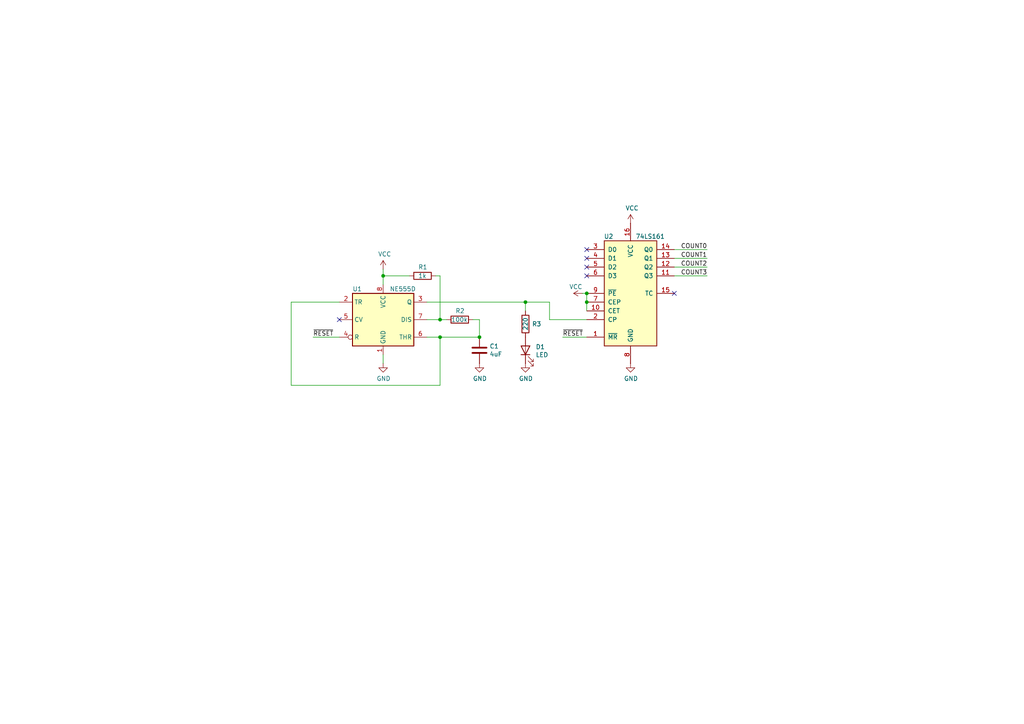
<source format=kicad_sch>
(kicad_sch (version 20231120) (generator "eeschema") (generator_version "8.0")
  (paper "A4")
  (lib_symbols
    (symbol "74xx:74LS161" (pin_names (offset 1.016))
      (property "Reference" "U" (at -7.62 16.51 0))
      (property "Value" "74LS161" (at -7.62 -16.51 0))
      (symbol "74LS161_1_0"
        (pin input line (at -12.7 -12.7 0) (length 5.08) (name "~{MR}") (number "1"))
        (pin input line (at -12.7 -5.08 0) (length 5.08) (name "CET") (number "10"))
        (pin output line (at 12.7 5.08 180) (length 5.08) (name "Q3") (number "11"))
        (pin output line (at 12.7 7.62 180) (length 5.08) (name "Q2") (number "12"))
        (pin output line (at 12.7 10.16 180) (length 5.08) (name "Q1") (number "13"))
        (pin output line (at 12.7 12.7 180) (length 5.08) (name "Q0") (number "14"))
        (pin output line (at 12.7 0 180) (length 5.08) (name "TC") (number "15"))
        (pin power_in line (at 0 20.32 270) (length 5.08) (name "VCC") (number "16"))
        (pin input line (at -12.7 -7.62 0) (length 5.08) (name "CP") (number "2"))
        (pin input line (at -12.7 12.7 0) (length 5.08) (name "D0") (number "3"))
        (pin input line (at -12.7 10.16 0) (length 5.08) (name "D1") (number "4"))
        (pin input line (at -12.7 7.62 0) (length 5.08) (name "D2") (number "5"))
        (pin input line (at -12.7 5.08 0) (length 5.08) (name "D3") (number "6"))
        (pin input line (at -12.7 -2.54 0) (length 5.08) (name "CEP") (number "7"))
        (pin power_in line (at 0 -20.32 90) (length 5.08) (name "GND") (number "8"))
        (pin input line (at -12.7 0 0) (length 5.08) (name "~{PE}") (number "9"))
      )
      (symbol "74LS161_1_1"
        (rectangle (start -7.62 15.24) (end 7.62 -15.24) (stroke (width 0.254)) (fill (type background)))
      )
    )
    (symbol "Device:C" (pin_numbers hide) (pin_names (offset 0.254))
      (property "Reference" "C" (at 0.635 2.54 0))
      (property "Value" "C" (at 0.635 -2.54 0))
      (symbol "C_0_1"
        (polyline (pts (xy -2.032 -0.762) (xy 2.032 -0.762)) (stroke (width 0.508)))
        (polyline (pts (xy -2.032 0.762) (xy 2.032 0.762)) (stroke (width 0.508)))
      )
      (symbol "C_1_1"
        (pin passive line (at 0 3.81 270) (length 2.794) (name "~") (number "1"))
        (pin passive line (at 0 -3.81 90) (length 2.794) (name "~") (number "2"))
      )
    )
    (symbol "Device:LED" (pin_numbers hide) (pin_names (offset 1.016) hide)
      (property "Reference" "D" (at 0 2.54 0))
      (property "Value" "LED" (at 0 -2.54 0))
      (symbol "LED_0_1"
        (polyline (pts (xy -1.27 -1.27) (xy -1.27 1.27)) (stroke (width 0.254)))
        (polyline (pts (xy -1.27 0) (xy 1.27 0)))
        (polyline (pts (xy 1.27 -1.27) (xy 1.27 1.27) (xy -1.27 0) (xy 1.27 -1.27)) (stroke (width 0.254)))
        (polyline (pts (xy -3.048 -0.762) (xy -4.572 -2.286) (xy -3.81 -2.286) (xy -4.572 -2.286) (xy -4.572 -1.524)))
        (polyline (pts (xy -1.778 -0.762) (xy -3.302 -2.286) (xy -2.54 -2.286) (xy -3.302 -2.286) (xy -3.302 -1.524)))
      )
      (symbol "LED_1_1"
        (pin passive line (at -3.81 0 0) (length 2.54) (name "K") (number "1"))
        (pin passive line (at 3.81 0 180) (length 2.54) (name "A") (number "2"))
      )
    )
    (symbol "Device:R" (pin_numbers hide) (pin_names (offset 0))
      (property "Reference" "R" (at 2.032 0 90))
      (property "Value" "R" (at 0 0 90))
      (symbol "R_0_1"
        (rectangle (start -1.016 -2.54) (end 1.016 2.54) (stroke (width 0.254)))
      )
      (symbol "R_1_1"
        (pin passive line (at 0 3.81 270) (length 1.27) (name "~") (number "1"))
        (pin passive line (at 0 -3.81 90) (length 1.27) (name "~") (number "2"))
      )
    )
    (symbol "Timer:NE555D"
      (property "Reference" "U" (at -10.16 8.89 0))
      (property "Value" "NE555D" (at 2.54 8.89 0))
      (symbol "NE555D_0_0"
        (pin power_in line (at 0 -10.16 90) (length 2.54) (name "GND") (number "1"))
        (pin power_in line (at 0 10.16 270) (length 2.54) (name "VCC") (number "8"))
      )
      (symbol "NE555D_0_1"
        (rectangle (start -8.89 -7.62) (end 8.89 7.62) (stroke (width 0.254)) (fill (type background)))
        (rectangle (start -8.89 -7.62) (end 8.89 7.62) (stroke (width 0.254)) (fill (type background)))
      )
      (symbol "NE555D_1_1"
        (pin input line (at -12.7 5.08 0) (length 3.81) (name "TR") (number "2"))
        (pin output line (at 12.7 5.08 180) (length 3.81) (name "Q") (number "3"))
        (pin input inverted (at -12.7 -5.08 0) (length 3.81) (name "R") (number "4"))
        (pin input line (at -12.7 0 0) (length 3.81) (name "CV") (number "5"))
        (pin input line (at 12.7 -5.08 180) (length 3.81) (name "THR") (number "6"))
        (pin input line (at 12.7 0 180) (length 3.81) (name "DIS") (number "7"))
      )
    )
    (symbol "power:GND" (power) (pin_numbers hide) (pin_names (offset 0) hide)
      (property "Value" "GND" (at 0 -3.81 0))
      (symbol "GND_0_1"
        (polyline (pts (xy 0 0) (xy 0 -1.27) (xy 1.27 -1.27) (xy 0 -2.54) (xy -1.27 -1.27) (xy 0 -1.27)))
      )
      (symbol "GND_1_1"
        (pin power_in line (at 0 0 270) (length 0) (name "~") (number "1"))
      )
    )
    (symbol "power:VCC" (power) (pin_numbers hide) (pin_names (offset 0) hide)
      (property "Value" "VCC" (at 0 3.556 0))
      (symbol "VCC_0_1"
        (polyline (pts (xy -0.762 1.27) (xy 0 2.54)))
        (polyline (pts (xy 0 0) (xy 0 2.54)))
        (polyline (pts (xy 0 2.54) (xy 0.762 1.27)))
      )
      (symbol "VCC_1_1"
        (pin power_in line (at 0 0 90) (length 0) (name "~") (number "1"))
      )
    )
  )
  (junction (at 127.635 92.71))
  (junction (at 139.065 97.79))
  (junction (at 152.4 87.63))
  (junction (at 127.635 97.79))
  (junction (at 170.18 87.63))
  (junction (at 170.18 85.09))
  (junction (at 111.125 80.01))
  (no_connect (at 170.18 77.47))
  (no_connect (at 170.18 80.01))
  (no_connect (at 195.58 85.09))
  (no_connect (at 170.18 74.93))
  (no_connect (at 98.425 92.71))
  (no_connect (at 170.18 72.39))
  (wire (pts (xy 84.455 111.76) (xy 127.635 111.76)))
  (wire (pts (xy 118.745 80.01) (xy 111.125 80.01)))
  (wire (pts (xy 127.635 97.79) (xy 139.065 97.79)))
  (wire (pts (xy 152.4 87.63) (xy 159.385 87.63)))
  (wire (pts (xy 123.825 92.71) (xy 127.635 92.71)))
  (wire (pts (xy 170.18 85.09) (xy 168.91 85.09)))
  (wire (pts (xy 127.635 80.01) (xy 127.635 92.71)))
  (wire (pts (xy 127.635 111.76) (xy 127.635 97.79)))
  (wire (pts (xy 90.805 97.79) (xy 98.425 97.79)))
  (wire (pts (xy 139.065 92.71) (xy 139.065 97.79)))
  (wire (pts (xy 159.385 92.71) (xy 170.18 92.71)))
  (wire (pts (xy 152.4 87.63) (xy 123.825 87.63)))
  (wire (pts (xy 126.365 80.01) (xy 127.635 80.01)))
  (wire (pts (xy 152.4 87.63) (xy 152.4 90.17)))
  (wire (pts (xy 129.54 92.71) (xy 127.635 92.71)))
  (wire (pts (xy 170.18 87.63) (xy 170.18 85.09)))
  (wire (pts (xy 137.16 92.71) (xy 139.065 92.71)))
  (wire (pts (xy 84.455 87.63) (xy 84.455 111.76)))
  (wire (pts (xy 163.195 97.79) (xy 170.18 97.79)))
  (wire (pts (xy 195.58 72.39) (xy 205.105 72.39)))
  (wire (pts (xy 170.18 90.17) (xy 170.18 87.63)))
  (wire (pts (xy 195.58 80.01) (xy 205.105 80.01)))
  (wire (pts (xy 195.58 77.47) (xy 205.105 77.47)))
  (wire (pts (xy 195.58 74.93) (xy 205.105 74.93)))
  (wire (pts (xy 111.125 105.41) (xy 111.125 102.87)))
  (wire (pts (xy 123.825 97.79) (xy 127.635 97.79)))
  (wire (pts (xy 84.455 87.63) (xy 98.425 87.63)))
  (wire (pts (xy 159.385 87.63) (xy 159.385 92.71)))
  (wire (pts (xy 111.125 80.01) (xy 111.125 78.105)))
  (wire (pts (xy 111.125 82.55) (xy 111.125 80.01)))
  (label "COUNT1" (at 205.105 74.93 180))
  (label "COUNT0" (at 205.105 72.39 180))
  (label "COUNT2" (at 205.105 77.47 180))
  (label "~{RESET}" (at 90.805 97.79 0))
  (label "~{RESET}" (at 163.195 97.79 0))
  (label "COUNT3" (at 205.105 80.01 180))
  (symbol (lib_id "power:GND") (at 111.125 105.41 0) (unit 1)
    (property "Reference" "#PWR02" (effects (hide yes)))
    (property "Value" "GND" (at 111.252 109.8042 0))
  )
  (symbol (lib_id "Device:R") (at 122.555 80.01 270) (unit 1)
    (property "Reference" "R1" (at 121.285 77.47 90) (effects (justify left)))
    (property "Value" "1k" (at 121.285 80.01 90) (effects (justify left)))
  )
  (symbol (lib_id "Device:R") (at 133.35 92.71 270) (unit 1)
    (property "Reference" "R2" (at 132.08 90.17 90) (effects (justify left)))
    (property "Value" "100k" (at 130.81 92.71 90) (effects (justify left)))
  )
  (symbol (lib_id "Device:C") (at 139.065 101.6 0) (unit 1)
    (property "Reference" "C1" (at 141.986 100.4316 0) (effects (justify left)))
    (property "Value" "4uF" (at 141.986 102.743 0) (effects (justify left)))
  )
  (symbol (lib_id "power:VCC") (at 111.125 78.105 0) (unit 1)
    (property "Reference" "#PWR01" (effects (hide yes)))
    (property "Value" "VCC" (at 111.5568 73.7108 0))
  )
  (symbol (lib_id "power:GND") (at 139.065 105.41 0) (unit 1)
    (property "Reference" "#PWR03" (effects (hide yes)))
    (property "Value" "GND" (at 139.192 109.8042 0))
  )
  (symbol (lib_id "Device:R") (at 152.4 93.98 0) (unit 1)
    (property "Reference" "R3" (at 154.305 93.98 0) (effects (justify left)))
    (property "Value" "220" (at 152.4 95.885 90) (effects (justify left)))
  )
  (symbol (lib_id "Device:LED") (at 152.4 101.6 90) (unit 1)
    (property "Reference" "D1" (at 155.3718 100.6094 90) (effects (justify right)))
    (property "Value" "LED" (at 155.3718 102.9208 90) (effects (justify right)))
  )
  (symbol (lib_id "power:GND") (at 152.4 105.41 0) (unit 1)
    (property "Reference" "#PWR04" (effects (hide yes)))
    (property "Value" "GND" (at 152.527 109.8042 0))
  )
  (symbol (lib_id "74xx:74LS161") (at 182.88 85.09 0) (unit 1)
    (property "Reference" "U2" (at 176.53 68.58 0))
    (property "Value" "74LS161" (at 188.595 68.58 0))
    (property "Datasheet" "http://www.ti.com/lit/gpn/sn74LS161" (effects (hide yes)))
  )
  (symbol (lib_id "power:GND") (at 182.88 105.41 0) (unit 1)
    (property "Reference" "#PWR07" (effects (hide yes)))
    (property "Value" "GND" (at 183.007 109.8042 0))
  )
  (symbol (lib_id "power:VCC") (at 182.88 64.77 0) (unit 1)
    (property "Reference" "#PWR06" (effects (hide yes)))
    (property "Value" "VCC" (at 183.3118 60.3758 0))
  )
  (symbol (lib_id "power:VCC") (at 168.91 85.09 90) (unit 1)
    (property "Reference" "#PWR05" (effects (hide yes)))
    (property "Value" "VCC" (at 167.005 83.185 90))
  )
  (symbol (lib_id "Timer:NE555D") (at 111.125 92.71 0) (unit 1)
    (property "Reference" "U1" (at 102.235 83.82 0) (effects (justify left)))
    (property "Value" "NE555D" (at 113.03 83.82 0) (effects (justify left)))
    (property "Footprint" "Package_SO:SOIC-8_3.9x4.9mm_P1.27mm" (effects (hide yes)))
    (property "Datasheet" "http://www.ti.com/lit/ds/symlink/ne555.pdf" (effects (hide yes)))
    (property "Description" "Precision Timers, 555 compatible, SOIC-8" (effects (hide yes)))
  )
)
</source>
